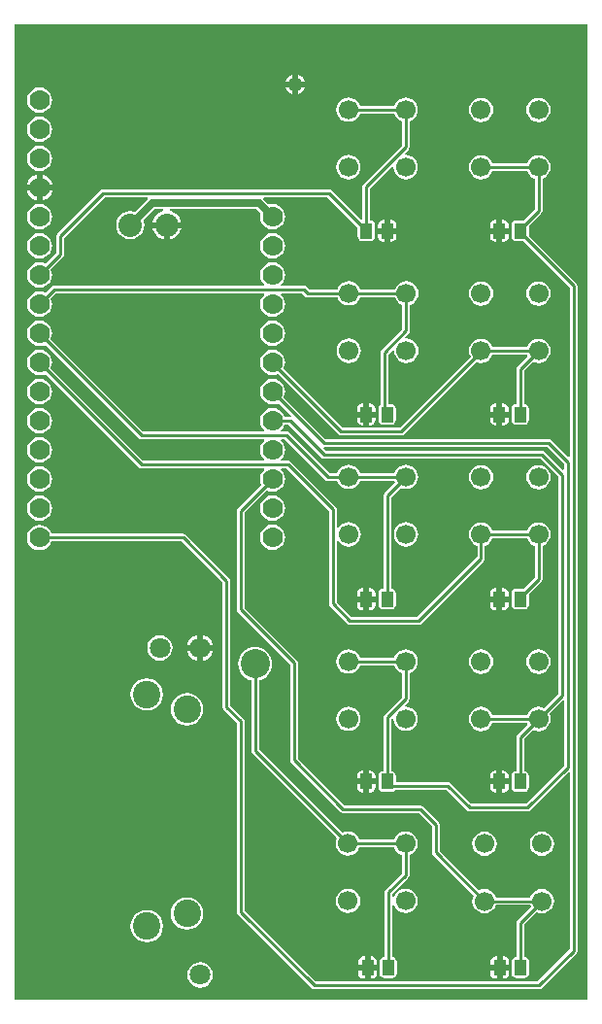
<source format=gtl>
G04*
G04 #@! TF.GenerationSoftware,Altium Limited,Altium Designer,19.1.8 (144)*
G04*
G04 Layer_Physical_Order=1*
G04 Layer_Color=255*
%FSLAX25Y25*%
%MOIN*%
G70*
G01*
G75*
%ADD10C,0.01000*%
G04:AMPARAMS|DCode=14|XSize=55mil|YSize=43mil|CornerRadius=7.96mil|HoleSize=0mil|Usage=FLASHONLY|Rotation=270.000|XOffset=0mil|YOffset=0mil|HoleType=Round|Shape=RoundedRectangle|*
%AMROUNDEDRECTD14*
21,1,0.05500,0.02709,0,0,270.0*
21,1,0.03909,0.04300,0,0,270.0*
1,1,0.01591,-0.01355,-0.01955*
1,1,0.01591,-0.01355,0.01955*
1,1,0.01591,0.01355,0.01955*
1,1,0.01591,0.01355,-0.01955*
%
%ADD14ROUNDEDRECTD14*%
%ADD23C,0.02500*%
%ADD24C,0.06693*%
%ADD25C,0.08000*%
%ADD26C,0.09449*%
%ADD27C,0.07087*%
%ADD28C,0.07000*%
%ADD29C,0.05000*%
%ADD30C,0.10000*%
G36*
X590551Y393701D02*
X393701D01*
Y728346D01*
X590551D01*
Y393701D01*
D02*
G37*
%LPC*%
G36*
X491157Y711051D02*
Y708677D01*
X493532D01*
X493215Y709442D01*
X492654Y710173D01*
X491923Y710734D01*
X491157Y711051D01*
D02*
G37*
G36*
X489157D02*
X488392Y710734D01*
X487661Y710173D01*
X487100Y709442D01*
X486783Y708677D01*
X489157D01*
Y711051D01*
D02*
G37*
G36*
X493532Y706677D02*
X491157D01*
Y704303D01*
X491923Y704620D01*
X492654Y705181D01*
X493215Y705912D01*
X493532Y706677D01*
D02*
G37*
G36*
X489157D02*
X486783D01*
X487100Y705912D01*
X487661Y705181D01*
X488392Y704620D01*
X489157Y704303D01*
Y706677D01*
D02*
G37*
G36*
X528051Y703198D02*
X526969Y703055D01*
X525960Y702638D01*
X525094Y701973D01*
X524429Y701107D01*
X524112Y700341D01*
X512305D01*
X511988Y701107D01*
X511323Y701973D01*
X510457Y702638D01*
X509449Y703055D01*
X508366Y703198D01*
X507284Y703055D01*
X506275Y702638D01*
X505409Y701973D01*
X504744Y701107D01*
X504326Y700098D01*
X504184Y699016D01*
X504326Y697933D01*
X504744Y696925D01*
X505409Y696059D01*
X506275Y695394D01*
X507284Y694976D01*
X508366Y694834D01*
X509449Y694976D01*
X510457Y695394D01*
X511323Y696059D01*
X511988Y696925D01*
X512305Y697690D01*
X524112D01*
X524429Y696925D01*
X525094Y696059D01*
X525960Y695394D01*
X526726Y695077D01*
Y686734D01*
X513623Y673631D01*
X513336Y673201D01*
X513235Y672694D01*
Y661387D01*
X512735Y661180D01*
X502702Y671213D01*
X502272Y671500D01*
X501765Y671601D01*
X424213D01*
X423705Y671500D01*
X423275Y671213D01*
X408512Y656449D01*
X408224Y656019D01*
X408123Y655512D01*
Y649959D01*
X404328Y646163D01*
X403485Y646512D01*
X402362Y646660D01*
X401240Y646512D01*
X400194Y646079D01*
X399295Y645390D01*
X398606Y644491D01*
X398173Y643445D01*
X398025Y642323D01*
X398173Y641200D01*
X398606Y640154D01*
X399295Y639256D01*
X400194Y638567D01*
X401240Y638133D01*
X402362Y637986D01*
X403485Y638133D01*
X404531Y638567D01*
X405429Y639256D01*
X406118Y640154D01*
X406552Y641200D01*
X406699Y642323D01*
X406552Y643445D01*
X406202Y644288D01*
X410386Y648472D01*
X410673Y648902D01*
X410774Y649409D01*
Y654963D01*
X424762Y668950D01*
X439380D01*
X439531Y668450D01*
X439467Y668407D01*
X439467Y668407D01*
X435048Y663988D01*
X434718Y664125D01*
X433465Y664290D01*
X432211Y664125D01*
X431044Y663642D01*
X430041Y662872D01*
X429272Y661869D01*
X428788Y660702D01*
X428623Y659449D01*
X428788Y658196D01*
X429272Y657028D01*
X430041Y656025D01*
X431044Y655256D01*
X432211Y654772D01*
X433465Y654607D01*
X434718Y654772D01*
X435885Y655256D01*
X436888Y656025D01*
X437657Y657028D01*
X438141Y658196D01*
X438306Y659449D01*
X438141Y660702D01*
X438004Y661032D01*
X441811Y664839D01*
X444868D01*
X444901Y664339D01*
X444758Y664320D01*
X443541Y663816D01*
X442497Y663015D01*
X441695Y661970D01*
X441192Y660754D01*
X441152Y660449D01*
X450975D01*
X450934Y660754D01*
X450430Y661970D01*
X449629Y663015D01*
X448585Y663816D01*
X447368Y664320D01*
X447225Y664339D01*
X447258Y664839D01*
X476890D01*
X478205Y663524D01*
X478173Y663445D01*
X478025Y662323D01*
X478173Y661200D01*
X478606Y660154D01*
X479295Y659256D01*
X480194Y658567D01*
X481240Y658134D01*
X482362Y657986D01*
X483485Y658134D01*
X484531Y658567D01*
X485429Y659256D01*
X486118Y660154D01*
X486552Y661200D01*
X486699Y662323D01*
X486552Y663445D01*
X486118Y664491D01*
X485429Y665390D01*
X484531Y666079D01*
X483485Y666512D01*
X482362Y666660D01*
X481240Y666512D01*
X481161Y666480D01*
X479234Y668407D01*
X479170Y668450D01*
X479321Y668950D01*
X501216D01*
X511555Y658611D01*
X511579Y658595D01*
Y655526D01*
X511703Y654903D01*
X512055Y654376D01*
X512583Y654023D01*
X513206Y653899D01*
X515915D01*
X516537Y654023D01*
X517065Y654376D01*
X517418Y654903D01*
X517542Y655526D01*
Y659435D01*
X517418Y660057D01*
X517065Y660585D01*
X516537Y660938D01*
X515915Y661062D01*
X515886D01*
Y672145D01*
X523440Y679699D01*
X523888Y679478D01*
X523869Y679331D01*
X524012Y678248D01*
X524429Y677240D01*
X525094Y676373D01*
X525960Y675709D01*
X526969Y675291D01*
X528051Y675148D01*
X529134Y675291D01*
X530142Y675709D01*
X531008Y676373D01*
X531673Y677240D01*
X532091Y678248D01*
X532233Y679331D01*
X532091Y680413D01*
X531673Y681422D01*
X531008Y682288D01*
X530142Y682953D01*
X529134Y683370D01*
X528051Y683513D01*
X527904Y683494D01*
X527683Y683942D01*
X528988Y685247D01*
X529276Y685677D01*
X529377Y686185D01*
Y695077D01*
X530142Y695394D01*
X531008Y696059D01*
X531673Y696925D01*
X532091Y697933D01*
X532233Y699016D01*
X532091Y700098D01*
X531673Y701107D01*
X531008Y701973D01*
X530142Y702638D01*
X529134Y703055D01*
X528051Y703198D01*
D02*
G37*
G36*
X402362Y706660D02*
X401240Y706512D01*
X400194Y706079D01*
X399295Y705390D01*
X398606Y704491D01*
X398173Y703445D01*
X398025Y702323D01*
X398173Y701200D01*
X398606Y700154D01*
X399295Y699256D01*
X400194Y698567D01*
X401240Y698134D01*
X402362Y697986D01*
X403485Y698134D01*
X404531Y698567D01*
X405429Y699256D01*
X406118Y700154D01*
X406552Y701200D01*
X406699Y702323D01*
X406552Y703445D01*
X406118Y704491D01*
X405429Y705390D01*
X404531Y706079D01*
X403485Y706512D01*
X402362Y706660D01*
D02*
G37*
G36*
X573622Y703133D02*
X572540Y702991D01*
X571531Y702573D01*
X570665Y701908D01*
X570000Y701042D01*
X569582Y700034D01*
X569440Y698951D01*
X569582Y697869D01*
X570000Y696860D01*
X570665Y695994D01*
X571531Y695329D01*
X572540Y694911D01*
X573622Y694769D01*
X574705Y694911D01*
X575713Y695329D01*
X576579Y695994D01*
X577244Y696860D01*
X577662Y697869D01*
X577804Y698951D01*
X577662Y700034D01*
X577244Y701042D01*
X576579Y701908D01*
X575713Y702573D01*
X574705Y702991D01*
X573622Y703133D01*
D02*
G37*
G36*
X553937D02*
X552855Y702991D01*
X551846Y702573D01*
X550980Y701908D01*
X550315Y701042D01*
X549897Y700034D01*
X549755Y698951D01*
X549897Y697869D01*
X550315Y696860D01*
X550980Y695994D01*
X551846Y695329D01*
X552855Y694911D01*
X553937Y694769D01*
X555019Y694911D01*
X556028Y695329D01*
X556894Y695994D01*
X557559Y696860D01*
X557977Y697869D01*
X558119Y698951D01*
X557977Y700034D01*
X557559Y701042D01*
X556894Y701908D01*
X556028Y702573D01*
X555019Y702991D01*
X553937Y703133D01*
D02*
G37*
G36*
X402362Y696660D02*
X401240Y696512D01*
X400194Y696079D01*
X399295Y695390D01*
X398606Y694491D01*
X398173Y693445D01*
X398025Y692323D01*
X398173Y691200D01*
X398606Y690154D01*
X399295Y689256D01*
X400194Y688567D01*
X401240Y688133D01*
X402362Y687986D01*
X403485Y688133D01*
X404531Y688567D01*
X405429Y689256D01*
X406118Y690154D01*
X406552Y691200D01*
X406699Y692323D01*
X406552Y693445D01*
X406118Y694491D01*
X405429Y695390D01*
X404531Y696079D01*
X403485Y696512D01*
X402362Y696660D01*
D02*
G37*
G36*
X573622Y683448D02*
X572540Y683306D01*
X571531Y682888D01*
X570665Y682223D01*
X570000Y681357D01*
X569683Y680592D01*
X557876D01*
X557559Y681357D01*
X556894Y682223D01*
X556028Y682888D01*
X555019Y683306D01*
X553937Y683448D01*
X552855Y683306D01*
X551846Y682888D01*
X550980Y682223D01*
X550315Y681357D01*
X549897Y680349D01*
X549755Y679266D01*
X549897Y678184D01*
X550315Y677175D01*
X550980Y676309D01*
X551846Y675644D01*
X552855Y675226D01*
X553937Y675084D01*
X555019Y675226D01*
X556028Y675644D01*
X556894Y676309D01*
X557559Y677175D01*
X557876Y677941D01*
X569683D01*
X570000Y677175D01*
X570665Y676309D01*
X571531Y675644D01*
X572296Y675327D01*
Y664915D01*
X568443Y661062D01*
X565982D01*
X565359Y660938D01*
X564831Y660585D01*
X564479Y660057D01*
X564355Y659435D01*
Y655526D01*
X564479Y654903D01*
X564831Y654376D01*
X565359Y654023D01*
X565982Y653899D01*
X568443D01*
X584304Y638038D01*
Y580071D01*
X583843Y579879D01*
X578139Y585583D01*
X577709Y585870D01*
X577202Y585971D01*
X500588D01*
X486202Y600357D01*
X486552Y601200D01*
X486699Y602323D01*
X486552Y603445D01*
X486118Y604491D01*
X485429Y605390D01*
X484531Y606079D01*
X483485Y606512D01*
X482362Y606660D01*
X481240Y606512D01*
X480194Y606079D01*
X479295Y605390D01*
X478606Y604491D01*
X478173Y603445D01*
X478025Y602323D01*
X478173Y601200D01*
X478606Y600154D01*
X479295Y599256D01*
X480194Y598567D01*
X481240Y598134D01*
X482362Y597986D01*
X483485Y598134D01*
X484328Y598483D01*
X488719Y594092D01*
X488472Y593631D01*
X488386Y593648D01*
X486468D01*
X486118Y594491D01*
X485429Y595390D01*
X484531Y596079D01*
X483485Y596512D01*
X482362Y596660D01*
X481240Y596512D01*
X480194Y596079D01*
X479295Y595390D01*
X478606Y594491D01*
X478173Y593445D01*
X478025Y592323D01*
X478173Y591200D01*
X478606Y590154D01*
X479295Y589256D01*
X479470Y589122D01*
X479310Y588648D01*
X437911D01*
X406202Y620357D01*
X406552Y621200D01*
X406699Y622323D01*
X406552Y623445D01*
X406118Y624491D01*
X405429Y625390D01*
X404531Y626079D01*
X403485Y626512D01*
X402362Y626660D01*
X401240Y626512D01*
X400194Y626079D01*
X399295Y625390D01*
X398606Y624491D01*
X398173Y623445D01*
X398025Y622323D01*
X398173Y621200D01*
X398606Y620154D01*
X399295Y619256D01*
X400194Y618567D01*
X401240Y618133D01*
X402362Y617986D01*
X403485Y618133D01*
X404328Y618483D01*
X436425Y586386D01*
X436855Y586098D01*
X437362Y585997D01*
X479310D01*
X479470Y585524D01*
X479295Y585390D01*
X478606Y584491D01*
X478173Y583445D01*
X478025Y582323D01*
X478173Y581200D01*
X478606Y580154D01*
X479295Y579256D01*
X479470Y579122D01*
X479310Y578648D01*
X437911D01*
X406202Y610357D01*
X406552Y611200D01*
X406699Y612323D01*
X406552Y613445D01*
X406118Y614491D01*
X405429Y615390D01*
X404531Y616079D01*
X403485Y616512D01*
X402362Y616660D01*
X401240Y616512D01*
X400194Y616079D01*
X399295Y615390D01*
X398606Y614491D01*
X398173Y613445D01*
X398025Y612323D01*
X398173Y611200D01*
X398606Y610154D01*
X399295Y609256D01*
X400194Y608567D01*
X401240Y608134D01*
X402362Y607986D01*
X403485Y608134D01*
X404328Y608483D01*
X436425Y576386D01*
X436855Y576098D01*
X437362Y575997D01*
X479310D01*
X479470Y575524D01*
X479295Y575390D01*
X478606Y574491D01*
X478173Y573445D01*
X478025Y572323D01*
X478173Y571200D01*
X478522Y570357D01*
X470519Y562355D01*
X470232Y561925D01*
X470131Y561417D01*
Y527559D01*
X470232Y527052D01*
X470519Y526622D01*
X488340Y508801D01*
Y475886D01*
X488441Y475379D01*
X488728Y474949D01*
X505460Y458216D01*
X505890Y457929D01*
X506398Y457828D01*
X532423D01*
X537060Y453191D01*
Y444227D01*
X537161Y443720D01*
X537449Y443290D01*
X551396Y429343D01*
X551078Y428577D01*
X550936Y427494D01*
X551078Y426412D01*
X551496Y425403D01*
X552161Y424537D01*
X553027Y423873D01*
X554036Y423455D01*
X555118Y423312D01*
X556201Y423455D01*
X557209Y423873D01*
X558075Y424537D01*
X558740Y425403D01*
X559057Y426169D01*
X570864D01*
X571081Y425646D01*
X566484Y421050D01*
X566197Y420620D01*
X566096Y420113D01*
Y408306D01*
X566067D01*
X565444Y408182D01*
X564917Y407829D01*
X564564Y407301D01*
X564440Y406679D01*
Y402770D01*
X564564Y402147D01*
X564917Y401620D01*
X565444Y401267D01*
X566067Y401143D01*
X568776D01*
X569398Y401267D01*
X569926Y401620D01*
X570279Y402147D01*
X570402Y402770D01*
Y406679D01*
X570279Y407301D01*
X569926Y407829D01*
X569398Y408182D01*
X568776Y408306D01*
X568747D01*
Y419563D01*
X572955Y423772D01*
X573721Y423455D01*
X574803Y423312D01*
X575886Y423455D01*
X576894Y423873D01*
X577760Y424537D01*
X578425Y425403D01*
X578843Y426412D01*
X578985Y427494D01*
X578843Y428577D01*
X578425Y429586D01*
X577760Y430452D01*
X576894Y431116D01*
X575886Y431534D01*
X574803Y431677D01*
X573721Y431534D01*
X572712Y431116D01*
X571846Y430452D01*
X571181Y429586D01*
X570864Y428820D01*
X559057D01*
X558740Y429586D01*
X558075Y430452D01*
X557209Y431116D01*
X556201Y431534D01*
X555118Y431677D01*
X554036Y431534D01*
X553270Y431217D01*
X539711Y444776D01*
Y453740D01*
X539610Y454247D01*
X539323Y454677D01*
X533910Y460091D01*
X533480Y460378D01*
X532972Y460479D01*
X506947D01*
X490991Y476435D01*
Y509350D01*
X490890Y509858D01*
X490603Y510288D01*
X472782Y528108D01*
Y560868D01*
X480397Y568483D01*
X481240Y568133D01*
X482362Y567986D01*
X483485Y568133D01*
X484531Y568567D01*
X485429Y569256D01*
X486118Y570154D01*
X486552Y571200D01*
X486699Y572323D01*
X486552Y573445D01*
X486118Y574491D01*
X485429Y575390D01*
X485254Y575524D01*
X485415Y575997D01*
X487089D01*
X501627Y561459D01*
Y529528D01*
X501728Y529020D01*
X502015Y528590D01*
X507921Y522685D01*
X508351Y522398D01*
X508858Y522297D01*
X532480D01*
X532988Y522398D01*
X533418Y522685D01*
X554874Y544141D01*
X555162Y544571D01*
X555263Y545079D01*
Y549343D01*
X556028Y549660D01*
X556894Y550325D01*
X557559Y551191D01*
X557876Y551956D01*
X569683D01*
X570000Y551191D01*
X570665Y550325D01*
X571531Y549660D01*
X572296Y549343D01*
Y538537D01*
X568443Y534684D01*
X565982D01*
X565359Y534560D01*
X564831Y534207D01*
X564479Y533679D01*
X564355Y533057D01*
Y529148D01*
X564479Y528525D01*
X564831Y527998D01*
X565359Y527645D01*
X565982Y527521D01*
X568691D01*
X569313Y527645D01*
X569841Y527998D01*
X570194Y528525D01*
X570318Y529148D01*
Y532809D01*
X574559Y537051D01*
X574847Y537481D01*
X574948Y537988D01*
Y549343D01*
X575713Y549660D01*
X576579Y550325D01*
X577244Y551191D01*
X577662Y552200D01*
X577804Y553282D01*
X577662Y554364D01*
X577244Y555373D01*
X576579Y556239D01*
X575713Y556904D01*
X574705Y557322D01*
X573622Y557464D01*
X572540Y557322D01*
X571531Y556904D01*
X570665Y556239D01*
X570000Y555373D01*
X569683Y554607D01*
X557876D01*
X557559Y555373D01*
X556894Y556239D01*
X556028Y556904D01*
X555019Y557322D01*
X553937Y557464D01*
X552855Y557322D01*
X551846Y556904D01*
X550980Y556239D01*
X550315Y555373D01*
X549897Y554364D01*
X549755Y553282D01*
X549897Y552200D01*
X550315Y551191D01*
X550980Y550325D01*
X551846Y549660D01*
X552611Y549343D01*
Y545628D01*
X531931Y524948D01*
X509407D01*
X504278Y530077D01*
Y551311D01*
X504778Y551411D01*
X504843Y551255D01*
X505507Y550389D01*
X506374Y549725D01*
X507382Y549307D01*
X508465Y549164D01*
X509547Y549307D01*
X510556Y549725D01*
X511422Y550389D01*
X512086Y551255D01*
X512504Y552264D01*
X512647Y553346D01*
X512504Y554429D01*
X512086Y555438D01*
X511422Y556304D01*
X510556Y556968D01*
X509547Y557386D01*
X508465Y557529D01*
X507382Y557386D01*
X506374Y556968D01*
X505507Y556304D01*
X504843Y555438D01*
X504778Y555282D01*
X504278Y555381D01*
Y562008D01*
X504177Y562515D01*
X503890Y562945D01*
X488575Y578260D01*
X488145Y578547D01*
X487638Y578648D01*
X485415D01*
X485254Y579122D01*
X485429Y579256D01*
X486118Y580154D01*
X486552Y581200D01*
X486699Y582323D01*
X486552Y583445D01*
X486118Y584491D01*
X485429Y585390D01*
X485254Y585524D01*
X485415Y585997D01*
X486498D01*
X500401Y572094D01*
X500831Y571807D01*
X501339Y571706D01*
X504526D01*
X504843Y570940D01*
X505507Y570074D01*
X506374Y569410D01*
X507382Y568992D01*
X508465Y568849D01*
X509547Y568992D01*
X510556Y569410D01*
X511422Y570074D01*
X512086Y570940D01*
X512404Y571706D01*
X524211D01*
X524427Y571183D01*
X520723Y567479D01*
X520436Y567049D01*
X520335Y566542D01*
Y534684D01*
X520306D01*
X519683Y534560D01*
X519155Y534207D01*
X518803Y533679D01*
X518679Y533057D01*
Y529148D01*
X518803Y528525D01*
X519155Y527998D01*
X519683Y527645D01*
X520306Y527521D01*
X523015D01*
X523637Y527645D01*
X524165Y527998D01*
X524518Y528525D01*
X524642Y529148D01*
Y533057D01*
X524518Y533679D01*
X524165Y534207D01*
X523637Y534560D01*
X523015Y534684D01*
X522986D01*
Y565993D01*
X526302Y569309D01*
X527067Y568992D01*
X528150Y568849D01*
X529232Y568992D01*
X530241Y569410D01*
X531107Y570074D01*
X531772Y570940D01*
X532189Y571949D01*
X532332Y573032D01*
X532189Y574114D01*
X531772Y575123D01*
X531107Y575989D01*
X530241Y576653D01*
X529232Y577071D01*
X528150Y577214D01*
X527067Y577071D01*
X526058Y576653D01*
X525192Y575989D01*
X524528Y575123D01*
X524211Y574357D01*
X512404D01*
X512086Y575123D01*
X511422Y575989D01*
X510556Y576653D01*
X509547Y577071D01*
X508465Y577214D01*
X507382Y577071D01*
X506374Y576653D01*
X505507Y575989D01*
X504843Y575123D01*
X504526Y574357D01*
X501888D01*
X487985Y588260D01*
X487555Y588547D01*
X487047Y588648D01*
X485415D01*
X485254Y589122D01*
X485429Y589256D01*
X486118Y590154D01*
X486468Y590997D01*
X487837D01*
X499063Y579771D01*
X499493Y579484D01*
X500000Y579383D01*
X574254D01*
X580367Y573270D01*
Y498614D01*
X575470Y493717D01*
X574705Y494034D01*
X573622Y494177D01*
X572540Y494034D01*
X571531Y493616D01*
X570665Y492952D01*
X570000Y492086D01*
X569683Y491320D01*
X557876D01*
X557559Y492086D01*
X556894Y492952D01*
X556028Y493616D01*
X555019Y494034D01*
X553937Y494177D01*
X552855Y494034D01*
X551846Y493616D01*
X550980Y492952D01*
X550315Y492086D01*
X549897Y491077D01*
X549755Y489994D01*
X549897Y488912D01*
X550315Y487903D01*
X550980Y487037D01*
X551846Y486373D01*
X552855Y485955D01*
X553937Y485812D01*
X555019Y485955D01*
X556028Y486373D01*
X556894Y487037D01*
X557559Y487903D01*
X557876Y488669D01*
X569683D01*
X569899Y488146D01*
X566399Y484646D01*
X566112Y484216D01*
X566011Y483709D01*
Y472085D01*
X565982D01*
X565359Y471961D01*
X564831Y471609D01*
X564479Y471081D01*
X564355Y470459D01*
Y466549D01*
X564479Y465927D01*
X564831Y465399D01*
X565359Y465047D01*
X565982Y464923D01*
X568691D01*
X569313Y465047D01*
X569841Y465399D01*
X570194Y465927D01*
X570318Y466549D01*
Y470459D01*
X570194Y471081D01*
X569841Y471609D01*
X569313Y471961D01*
X568691Y472085D01*
X568662D01*
Y483160D01*
X571774Y486272D01*
X572540Y485955D01*
X573622Y485812D01*
X574705Y485955D01*
X575713Y486373D01*
X576579Y487037D01*
X577244Y487903D01*
X577662Y488912D01*
X577804Y489994D01*
X577662Y491077D01*
X577345Y491843D01*
X581906Y496404D01*
X582367Y496212D01*
Y474006D01*
X569333Y460971D01*
X550529D01*
X543514Y467987D01*
X543084Y468274D01*
X542576Y468375D01*
X524642D01*
Y470459D01*
X524518Y471081D01*
X524165Y471609D01*
X523637Y471961D01*
X523015Y472085D01*
X522986D01*
Y489973D01*
X523440Y490427D01*
X523888Y490206D01*
X523869Y490059D01*
X524012Y488977D01*
X524429Y487968D01*
X525094Y487102D01*
X525960Y486437D01*
X526969Y486019D01*
X528051Y485877D01*
X529134Y486019D01*
X530142Y486437D01*
X531008Y487102D01*
X531673Y487968D01*
X532091Y488977D01*
X532233Y490059D01*
X532091Y491142D01*
X531673Y492150D01*
X531008Y493016D01*
X530142Y493681D01*
X529134Y494099D01*
X528051Y494241D01*
X527904Y494222D01*
X527683Y494670D01*
X528988Y495976D01*
X529276Y496406D01*
X529377Y496913D01*
Y505805D01*
X530142Y506122D01*
X531008Y506787D01*
X531673Y507653D01*
X532091Y508662D01*
X532233Y509744D01*
X532091Y510827D01*
X531673Y511835D01*
X531008Y512701D01*
X530142Y513366D01*
X529134Y513784D01*
X528051Y513926D01*
X526969Y513784D01*
X525960Y513366D01*
X525094Y512701D01*
X524429Y511835D01*
X524112Y511070D01*
X512305D01*
X511988Y511835D01*
X511323Y512701D01*
X510457Y513366D01*
X509449Y513784D01*
X508366Y513926D01*
X507284Y513784D01*
X506275Y513366D01*
X505409Y512701D01*
X504744Y511835D01*
X504326Y510827D01*
X504184Y509744D01*
X504326Y508662D01*
X504744Y507653D01*
X505409Y506787D01*
X506275Y506122D01*
X507284Y505704D01*
X508366Y505562D01*
X509449Y505704D01*
X510457Y506122D01*
X511323Y506787D01*
X511988Y507653D01*
X512305Y508419D01*
X524112D01*
X524429Y507653D01*
X525094Y506787D01*
X525960Y506122D01*
X526726Y505805D01*
Y497462D01*
X520723Y491459D01*
X520436Y491029D01*
X520335Y490522D01*
Y472085D01*
X520306D01*
X519683Y471961D01*
X519155Y471609D01*
X518803Y471081D01*
X518679Y470459D01*
Y466549D01*
X518803Y465927D01*
X519155Y465399D01*
X519683Y465047D01*
X520306Y464923D01*
X523015D01*
X523637Y465047D01*
X524165Y465399D01*
X524382Y465724D01*
X542027D01*
X549043Y458708D01*
X549473Y458421D01*
X549980Y458320D01*
X569882D01*
X570389Y458421D01*
X570819Y458708D01*
X583906Y471795D01*
X584367Y471603D01*
Y411045D01*
X573270Y399948D01*
X497198D01*
X472782Y424363D01*
Y489173D01*
X472681Y489680D01*
X472394Y490110D01*
X467861Y494643D01*
Y537402D01*
X467760Y537909D01*
X467473Y538339D01*
X452650Y553162D01*
X452220Y553449D01*
X451713Y553550D01*
X406467D01*
X406118Y554393D01*
X405429Y555291D01*
X404531Y555980D01*
X403485Y556414D01*
X402362Y556562D01*
X401240Y556414D01*
X400194Y555980D01*
X399295Y555291D01*
X398606Y554393D01*
X398173Y553347D01*
X398025Y552224D01*
X398173Y551102D01*
X398606Y550056D01*
X399295Y549158D01*
X400194Y548468D01*
X401240Y548035D01*
X402362Y547887D01*
X403485Y548035D01*
X404531Y548468D01*
X405429Y549158D01*
X406118Y550056D01*
X406467Y550899D01*
X451163D01*
X465210Y536853D01*
Y494095D01*
X465311Y493587D01*
X465598Y493157D01*
X470131Y488624D01*
Y423814D01*
X470232Y423307D01*
X470519Y422877D01*
X495712Y397685D01*
X496142Y397397D01*
X496649Y397297D01*
X573819D01*
X574326Y397397D01*
X574756Y397685D01*
X586630Y409559D01*
X586917Y409989D01*
X587018Y410496D01*
Y578983D01*
X586955Y579299D01*
Y638587D01*
X586855Y639094D01*
X586567Y639524D01*
X570318Y655774D01*
Y659187D01*
X574559Y663429D01*
X574847Y663859D01*
X574948Y664366D01*
Y675327D01*
X575713Y675644D01*
X576579Y676309D01*
X577244Y677175D01*
X577662Y678184D01*
X577804Y679266D01*
X577662Y680349D01*
X577244Y681357D01*
X576579Y682223D01*
X575713Y682888D01*
X574705Y683306D01*
X573622Y683448D01*
D02*
G37*
G36*
X402362Y686660D02*
X401240Y686512D01*
X400194Y686079D01*
X399295Y685390D01*
X398606Y684491D01*
X398173Y683445D01*
X398025Y682323D01*
X398173Y681200D01*
X398606Y680154D01*
X399295Y679256D01*
X400194Y678567D01*
X401240Y678133D01*
X402362Y677986D01*
X403485Y678133D01*
X404531Y678567D01*
X405429Y679256D01*
X406118Y680154D01*
X406552Y681200D01*
X406699Y682323D01*
X406552Y683445D01*
X406118Y684491D01*
X405429Y685390D01*
X404531Y686079D01*
X403485Y686512D01*
X402362Y686660D01*
D02*
G37*
G36*
X508366Y683513D02*
X507284Y683370D01*
X506275Y682953D01*
X505409Y682288D01*
X504744Y681422D01*
X504326Y680413D01*
X504184Y679331D01*
X504326Y678248D01*
X504744Y677240D01*
X505409Y676373D01*
X506275Y675709D01*
X507284Y675291D01*
X508366Y675148D01*
X509449Y675291D01*
X510457Y675709D01*
X511323Y676373D01*
X511988Y677240D01*
X512406Y678248D01*
X512548Y679331D01*
X512406Y680413D01*
X511988Y681422D01*
X511323Y682288D01*
X510457Y682953D01*
X509449Y683370D01*
X508366Y683513D01*
D02*
G37*
G36*
X403362Y676730D02*
Y673323D01*
X406769D01*
X406746Y673498D01*
X406293Y674592D01*
X405572Y675532D01*
X404632Y676254D01*
X403537Y676707D01*
X403362Y676730D01*
D02*
G37*
G36*
X401362Y676730D02*
X401187Y676707D01*
X400093Y676254D01*
X399153Y675532D01*
X398431Y674592D01*
X397978Y673498D01*
X397955Y673323D01*
X401362D01*
Y676730D01*
D02*
G37*
G36*
Y671323D02*
X397955D01*
X397978Y671148D01*
X398431Y670053D01*
X399153Y669113D01*
X400093Y668392D01*
X401187Y667939D01*
X401362Y667916D01*
Y671323D01*
D02*
G37*
G36*
X406769D02*
X403362D01*
Y667916D01*
X403537Y667939D01*
X404632Y668392D01*
X405572Y669113D01*
X406293Y670053D01*
X406746Y671148D01*
X406769Y671323D01*
D02*
G37*
G36*
X561591Y661266D02*
X561236D01*
Y658480D01*
X563421D01*
Y659435D01*
X563282Y660135D01*
X562885Y660729D01*
X562291Y661126D01*
X561591Y661266D01*
D02*
G37*
G36*
X559236D02*
X558882D01*
X558181Y661126D01*
X557587Y660729D01*
X557190Y660135D01*
X557051Y659435D01*
Y658480D01*
X559236D01*
Y661266D01*
D02*
G37*
G36*
X523015D02*
X522660D01*
Y658480D01*
X524845D01*
Y659435D01*
X524706Y660135D01*
X524309Y660729D01*
X523715Y661126D01*
X523015Y661266D01*
D02*
G37*
G36*
X520660D02*
X520306D01*
X519605Y661126D01*
X519011Y660729D01*
X518614Y660135D01*
X518475Y659435D01*
Y658480D01*
X520660D01*
Y661266D01*
D02*
G37*
G36*
X402362Y666660D02*
X401240Y666512D01*
X400194Y666079D01*
X399295Y665390D01*
X398606Y664491D01*
X398173Y663445D01*
X398025Y662323D01*
X398173Y661200D01*
X398606Y660154D01*
X399295Y659256D01*
X400194Y658567D01*
X401240Y658134D01*
X402362Y657986D01*
X403485Y658134D01*
X404531Y658567D01*
X405429Y659256D01*
X406118Y660154D01*
X406552Y661200D01*
X406699Y662323D01*
X406552Y663445D01*
X406118Y664491D01*
X405429Y665390D01*
X404531Y666079D01*
X403485Y666512D01*
X402362Y666660D01*
D02*
G37*
G36*
X450975Y658449D02*
X447063D01*
Y654537D01*
X447368Y654577D01*
X448585Y655081D01*
X449629Y655883D01*
X450430Y656927D01*
X450934Y658144D01*
X450975Y658449D01*
D02*
G37*
G36*
X445063D02*
X441152D01*
X441192Y658144D01*
X441695Y656927D01*
X442497Y655883D01*
X443541Y655081D01*
X444758Y654577D01*
X445063Y654537D01*
Y658449D01*
D02*
G37*
G36*
X563421Y656480D02*
X561236D01*
Y653695D01*
X561591D01*
X562291Y653834D01*
X562885Y654231D01*
X563282Y654825D01*
X563421Y655526D01*
Y656480D01*
D02*
G37*
G36*
X559236D02*
X557051D01*
Y655526D01*
X557190Y654825D01*
X557587Y654231D01*
X558181Y653834D01*
X558882Y653695D01*
X559236D01*
Y656480D01*
D02*
G37*
G36*
X524845Y656480D02*
X522660D01*
Y653695D01*
X523015D01*
X523715Y653834D01*
X524309Y654231D01*
X524706Y654825D01*
X524845Y655526D01*
Y656480D01*
D02*
G37*
G36*
X520660D02*
X518475D01*
Y655526D01*
X518614Y654825D01*
X519011Y654231D01*
X519605Y653834D01*
X520306Y653695D01*
X520660D01*
Y656480D01*
D02*
G37*
G36*
X482362Y656660D02*
X481240Y656512D01*
X480194Y656079D01*
X479295Y655390D01*
X478606Y654491D01*
X478173Y653445D01*
X478025Y652323D01*
X478173Y651200D01*
X478606Y650154D01*
X479295Y649256D01*
X480194Y648567D01*
X481240Y648134D01*
X482362Y647986D01*
X483485Y648134D01*
X484531Y648567D01*
X485429Y649256D01*
X486118Y650154D01*
X486552Y651200D01*
X486699Y652323D01*
X486552Y653445D01*
X486118Y654491D01*
X485429Y655390D01*
X484531Y656079D01*
X483485Y656512D01*
X482362Y656660D01*
D02*
G37*
G36*
X402362D02*
X401240Y656512D01*
X400194Y656079D01*
X399295Y655390D01*
X398606Y654491D01*
X398173Y653445D01*
X398025Y652323D01*
X398173Y651200D01*
X398606Y650154D01*
X399295Y649256D01*
X400194Y648567D01*
X401240Y648134D01*
X402362Y647986D01*
X403485Y648134D01*
X404531Y648567D01*
X405429Y649256D01*
X406118Y650154D01*
X406552Y651200D01*
X406699Y652323D01*
X406552Y653445D01*
X406118Y654491D01*
X405429Y655390D01*
X404531Y656079D01*
X403485Y656512D01*
X402362Y656660D01*
D02*
G37*
G36*
X482362Y646660D02*
X481240Y646512D01*
X480194Y646079D01*
X479295Y645390D01*
X478606Y644491D01*
X478173Y643445D01*
X478025Y642323D01*
X478173Y641200D01*
X478606Y640154D01*
X479295Y639256D01*
X479470Y639122D01*
X479310Y638648D01*
X407362D01*
X406855Y638547D01*
X406425Y638260D01*
X404328Y636163D01*
X403485Y636512D01*
X402362Y636660D01*
X401240Y636512D01*
X400194Y636079D01*
X399295Y635390D01*
X398606Y634491D01*
X398173Y633445D01*
X398025Y632323D01*
X398173Y631200D01*
X398606Y630154D01*
X399295Y629256D01*
X400194Y628567D01*
X401240Y628133D01*
X402362Y627986D01*
X403485Y628133D01*
X404531Y628567D01*
X405429Y629256D01*
X406118Y630154D01*
X406552Y631200D01*
X406699Y632323D01*
X406552Y633445D01*
X406202Y634288D01*
X407911Y635997D01*
X479310D01*
X479470Y635524D01*
X479295Y635390D01*
X478606Y634491D01*
X478173Y633445D01*
X478025Y632323D01*
X478173Y631200D01*
X478606Y630154D01*
X479295Y629256D01*
X480194Y628567D01*
X481240Y628133D01*
X482362Y627986D01*
X483485Y628133D01*
X484531Y628567D01*
X485429Y629256D01*
X486118Y630154D01*
X486552Y631200D01*
X486699Y632323D01*
X486552Y633445D01*
X486118Y634491D01*
X485429Y635390D01*
X485254Y635524D01*
X485415Y635997D01*
X492458D01*
X493369Y635086D01*
X493799Y634799D01*
X494306Y634698D01*
X504624D01*
X504941Y633932D01*
X505606Y633066D01*
X506472Y632402D01*
X507480Y631984D01*
X508563Y631841D01*
X509645Y631984D01*
X510654Y632402D01*
X511520Y633066D01*
X512185Y633932D01*
X512502Y634698D01*
X524309D01*
X524626Y633932D01*
X525291Y633066D01*
X526157Y632402D01*
X526922Y632085D01*
Y623745D01*
X519732Y616555D01*
X519445Y616125D01*
X519344Y615618D01*
Y597719D01*
X519155Y597593D01*
X518803Y597065D01*
X518679Y596443D01*
Y592534D01*
X518803Y591911D01*
X519155Y591383D01*
X519683Y591031D01*
X520306Y590907D01*
X523015D01*
X523637Y591031D01*
X524165Y591383D01*
X524518Y591911D01*
X524642Y592534D01*
Y596443D01*
X524518Y597065D01*
X524165Y597593D01*
X523637Y597946D01*
X523015Y598069D01*
X521995D01*
Y615069D01*
X523637Y616711D01*
X524086Y616490D01*
X524066Y616338D01*
X524208Y615256D01*
X524626Y614247D01*
X525291Y613381D01*
X526157Y612716D01*
X527165Y612299D01*
X528248Y612156D01*
X529330Y612299D01*
X530339Y612716D01*
X531205Y613381D01*
X531870Y614247D01*
X532288Y615256D01*
X532430Y616338D01*
X532288Y617421D01*
X531870Y618430D01*
X531205Y619296D01*
X530339Y619960D01*
X529330Y620378D01*
X528248Y620521D01*
X528096Y620501D01*
X527875Y620949D01*
X529185Y622259D01*
X529472Y622689D01*
X529573Y623196D01*
Y632084D01*
X530339Y632402D01*
X531205Y633066D01*
X531870Y633932D01*
X532288Y634941D01*
X532430Y636024D01*
X532288Y637106D01*
X531870Y638115D01*
X531205Y638981D01*
X530339Y639645D01*
X529330Y640063D01*
X528248Y640206D01*
X527165Y640063D01*
X526157Y639645D01*
X525291Y638981D01*
X524626Y638115D01*
X524309Y637349D01*
X512502D01*
X512185Y638115D01*
X511520Y638981D01*
X510654Y639645D01*
X509645Y640063D01*
X508563Y640206D01*
X507480Y640063D01*
X506472Y639645D01*
X505606Y638981D01*
X504941Y638115D01*
X504624Y637349D01*
X494855D01*
X493944Y638260D01*
X493514Y638547D01*
X493007Y638648D01*
X485415D01*
X485254Y639122D01*
X485429Y639256D01*
X486118Y640154D01*
X486552Y641200D01*
X486699Y642323D01*
X486552Y643445D01*
X486118Y644491D01*
X485429Y645390D01*
X484531Y646079D01*
X483485Y646512D01*
X482362Y646660D01*
D02*
G37*
G36*
X573622Y640141D02*
X572540Y639999D01*
X571531Y639581D01*
X570665Y638916D01*
X570000Y638050D01*
X569582Y637041D01*
X569440Y635959D01*
X569582Y634876D01*
X570000Y633868D01*
X570665Y633002D01*
X571531Y632337D01*
X572540Y631919D01*
X573622Y631777D01*
X574705Y631919D01*
X575713Y632337D01*
X576579Y633002D01*
X577244Y633868D01*
X577662Y634876D01*
X577804Y635959D01*
X577662Y637041D01*
X577244Y638050D01*
X576579Y638916D01*
X575713Y639581D01*
X574705Y639999D01*
X573622Y640141D01*
D02*
G37*
G36*
X553937D02*
X552855Y639999D01*
X551846Y639581D01*
X550980Y638916D01*
X550315Y638050D01*
X549897Y637041D01*
X549755Y635959D01*
X549897Y634876D01*
X550315Y633868D01*
X550980Y633002D01*
X551846Y632337D01*
X552855Y631919D01*
X553937Y631777D01*
X555019Y631919D01*
X556028Y632337D01*
X556894Y633002D01*
X557559Y633868D01*
X557977Y634876D01*
X558119Y635959D01*
X557977Y637041D01*
X557559Y638050D01*
X556894Y638916D01*
X556028Y639581D01*
X555019Y639999D01*
X553937Y640141D01*
D02*
G37*
G36*
X482362Y626660D02*
X481240Y626512D01*
X480194Y626079D01*
X479295Y625390D01*
X478606Y624491D01*
X478173Y623445D01*
X478025Y622323D01*
X478173Y621200D01*
X478606Y620154D01*
X479295Y619256D01*
X480194Y618567D01*
X481240Y618133D01*
X482362Y617986D01*
X483485Y618133D01*
X484531Y618567D01*
X485429Y619256D01*
X486118Y620154D01*
X486552Y621200D01*
X486699Y622323D01*
X486552Y623445D01*
X486118Y624491D01*
X485429Y625390D01*
X484531Y626079D01*
X483485Y626512D01*
X482362Y626660D01*
D02*
G37*
G36*
X573622Y620456D02*
X572540Y620314D01*
X571531Y619896D01*
X570665Y619231D01*
X570000Y618365D01*
X569683Y617599D01*
X557876D01*
X557559Y618365D01*
X556894Y619231D01*
X556028Y619896D01*
X555019Y620314D01*
X553937Y620456D01*
X552855Y620314D01*
X551846Y619896D01*
X550980Y619231D01*
X550315Y618365D01*
X549897Y617356D01*
X549755Y616274D01*
X549897Y615191D01*
X550311Y614193D01*
X526026Y589908D01*
X506455D01*
X486145Y610218D01*
X486552Y611200D01*
X486699Y612323D01*
X486552Y613445D01*
X486118Y614491D01*
X485429Y615390D01*
X484531Y616079D01*
X483485Y616512D01*
X482362Y616660D01*
X481240Y616512D01*
X480194Y616079D01*
X479295Y615390D01*
X478606Y614491D01*
X478173Y613445D01*
X478025Y612323D01*
X478173Y611200D01*
X478606Y610154D01*
X479295Y609256D01*
X480194Y608567D01*
X481240Y608134D01*
X482362Y607986D01*
X483485Y608134D01*
X484189Y608425D01*
X504968Y587645D01*
X505398Y587358D01*
X505905Y587257D01*
X526575D01*
X527082Y587358D01*
X527512Y587645D01*
X552322Y612455D01*
X552855Y612234D01*
X553937Y612092D01*
X555019Y612234D01*
X556028Y612652D01*
X556894Y613317D01*
X557559Y614183D01*
X557876Y614948D01*
X569683D01*
X569899Y614426D01*
X566399Y610925D01*
X566112Y610495D01*
X566011Y609988D01*
Y598069D01*
X565982D01*
X565359Y597946D01*
X564831Y597593D01*
X564479Y597065D01*
X564355Y596443D01*
Y592534D01*
X564479Y591911D01*
X564831Y591383D01*
X565359Y591031D01*
X565982Y590907D01*
X568691D01*
X569313Y591031D01*
X569841Y591383D01*
X570194Y591911D01*
X570318Y592534D01*
Y596443D01*
X570194Y597065D01*
X569841Y597593D01*
X569313Y597946D01*
X568691Y598069D01*
X568662D01*
Y609439D01*
X571774Y612551D01*
X572540Y612234D01*
X573622Y612092D01*
X574705Y612234D01*
X575713Y612652D01*
X576579Y613317D01*
X577244Y614183D01*
X577662Y615191D01*
X577804Y616274D01*
X577662Y617356D01*
X577244Y618365D01*
X576579Y619231D01*
X575713Y619896D01*
X574705Y620314D01*
X573622Y620456D01*
D02*
G37*
G36*
X508563Y620521D02*
X507480Y620378D01*
X506472Y619960D01*
X505606Y619296D01*
X504941Y618430D01*
X504523Y617421D01*
X504381Y616338D01*
X504523Y615256D01*
X504941Y614247D01*
X505606Y613381D01*
X506472Y612716D01*
X507480Y612299D01*
X508563Y612156D01*
X509645Y612299D01*
X510654Y612716D01*
X511520Y613381D01*
X512185Y614247D01*
X512603Y615256D01*
X512745Y616338D01*
X512603Y617421D01*
X512185Y618430D01*
X511520Y619296D01*
X510654Y619960D01*
X509645Y620378D01*
X508563Y620521D01*
D02*
G37*
G36*
X402362Y606660D02*
X401240Y606512D01*
X400194Y606079D01*
X399295Y605390D01*
X398606Y604491D01*
X398173Y603445D01*
X398025Y602323D01*
X398173Y601200D01*
X398606Y600154D01*
X399295Y599256D01*
X400194Y598567D01*
X401240Y598134D01*
X402362Y597986D01*
X403485Y598134D01*
X404531Y598567D01*
X405429Y599256D01*
X406118Y600154D01*
X406552Y601200D01*
X406699Y602323D01*
X406552Y603445D01*
X406118Y604491D01*
X405429Y605390D01*
X404531Y606079D01*
X403485Y606512D01*
X402362Y606660D01*
D02*
G37*
G36*
X561591Y598273D02*
X561236D01*
Y595488D01*
X563421D01*
Y596443D01*
X563282Y597143D01*
X562885Y597737D01*
X562291Y598134D01*
X561591Y598273D01*
D02*
G37*
G36*
X559236D02*
X558882D01*
X558181Y598134D01*
X557587Y597737D01*
X557190Y597143D01*
X557051Y596443D01*
Y595488D01*
X559236D01*
Y598273D01*
D02*
G37*
G36*
X515915D02*
X515560D01*
Y595488D01*
X517745D01*
Y596443D01*
X517606Y597143D01*
X517209Y597737D01*
X516615Y598134D01*
X515915Y598273D01*
D02*
G37*
G36*
X513560D02*
X513206D01*
X512505Y598134D01*
X511911Y597737D01*
X511514Y597143D01*
X511375Y596443D01*
Y595488D01*
X513560D01*
Y598273D01*
D02*
G37*
G36*
X563421Y593488D02*
X561236D01*
Y590703D01*
X561591D01*
X562291Y590842D01*
X562885Y591239D01*
X563282Y591833D01*
X563421Y592534D01*
Y593488D01*
D02*
G37*
G36*
X559236D02*
X557051D01*
Y592534D01*
X557190Y591833D01*
X557587Y591239D01*
X558181Y590842D01*
X558882Y590703D01*
X559236D01*
Y593488D01*
D02*
G37*
G36*
X517745Y593488D02*
X515560D01*
Y590703D01*
X515915D01*
X516615Y590842D01*
X517209Y591239D01*
X517606Y591833D01*
X517745Y592534D01*
Y593488D01*
D02*
G37*
G36*
X513560D02*
X511375D01*
Y592534D01*
X511514Y591833D01*
X511911Y591239D01*
X512505Y590842D01*
X513206Y590703D01*
X513560D01*
Y593488D01*
D02*
G37*
G36*
X402362Y596660D02*
X401240Y596512D01*
X400194Y596079D01*
X399295Y595390D01*
X398606Y594491D01*
X398173Y593445D01*
X398025Y592323D01*
X398173Y591200D01*
X398606Y590154D01*
X399295Y589256D01*
X400194Y588567D01*
X401240Y588133D01*
X402362Y587986D01*
X403485Y588133D01*
X404531Y588567D01*
X405429Y589256D01*
X406118Y590154D01*
X406552Y591200D01*
X406699Y592323D01*
X406552Y593445D01*
X406118Y594491D01*
X405429Y595390D01*
X404531Y596079D01*
X403485Y596512D01*
X402362Y596660D01*
D02*
G37*
G36*
Y586660D02*
X401240Y586512D01*
X400194Y586079D01*
X399295Y585390D01*
X398606Y584491D01*
X398173Y583445D01*
X398025Y582323D01*
X398173Y581200D01*
X398606Y580154D01*
X399295Y579256D01*
X400194Y578567D01*
X401240Y578133D01*
X402362Y577986D01*
X403485Y578133D01*
X404531Y578567D01*
X405429Y579256D01*
X406118Y580154D01*
X406552Y581200D01*
X406699Y582323D01*
X406552Y583445D01*
X406118Y584491D01*
X405429Y585390D01*
X404531Y586079D01*
X403485Y586512D01*
X402362Y586660D01*
D02*
G37*
G36*
X573622Y577149D02*
X572540Y577007D01*
X571531Y576589D01*
X570665Y575924D01*
X570000Y575058D01*
X569582Y574049D01*
X569440Y572967D01*
X569582Y571884D01*
X570000Y570876D01*
X570665Y570010D01*
X571531Y569345D01*
X572540Y568927D01*
X573622Y568785D01*
X574705Y568927D01*
X575713Y569345D01*
X576579Y570010D01*
X577244Y570876D01*
X577662Y571884D01*
X577804Y572967D01*
X577662Y574049D01*
X577244Y575058D01*
X576579Y575924D01*
X575713Y576589D01*
X574705Y577007D01*
X573622Y577149D01*
D02*
G37*
G36*
X553937D02*
X552855Y577007D01*
X551846Y576589D01*
X550980Y575924D01*
X550315Y575058D01*
X549897Y574049D01*
X549755Y572967D01*
X549897Y571884D01*
X550315Y570876D01*
X550980Y570010D01*
X551846Y569345D01*
X552855Y568927D01*
X553937Y568785D01*
X555019Y568927D01*
X556028Y569345D01*
X556894Y570010D01*
X557559Y570876D01*
X557977Y571884D01*
X558119Y572967D01*
X557977Y574049D01*
X557559Y575058D01*
X556894Y575924D01*
X556028Y576589D01*
X555019Y577007D01*
X553937Y577149D01*
D02*
G37*
G36*
X402362Y576660D02*
X401240Y576512D01*
X400194Y576079D01*
X399295Y575390D01*
X398606Y574491D01*
X398173Y573445D01*
X398025Y572323D01*
X398173Y571200D01*
X398606Y570154D01*
X399295Y569256D01*
X400194Y568567D01*
X401240Y568133D01*
X402362Y567986D01*
X403485Y568133D01*
X404531Y568567D01*
X405429Y569256D01*
X406118Y570154D01*
X406552Y571200D01*
X406699Y572323D01*
X406552Y573445D01*
X406118Y574491D01*
X405429Y575390D01*
X404531Y576079D01*
X403485Y576512D01*
X402362Y576660D01*
D02*
G37*
G36*
X482362Y566660D02*
X481240Y566512D01*
X480194Y566079D01*
X479295Y565390D01*
X478606Y564491D01*
X478173Y563445D01*
X478025Y562323D01*
X478173Y561200D01*
X478606Y560154D01*
X479295Y559256D01*
X480194Y558567D01*
X481240Y558134D01*
X482362Y557986D01*
X483485Y558134D01*
X484531Y558567D01*
X485429Y559256D01*
X486118Y560154D01*
X486552Y561200D01*
X486699Y562323D01*
X486552Y563445D01*
X486118Y564491D01*
X485429Y565390D01*
X484531Y566079D01*
X483485Y566512D01*
X482362Y566660D01*
D02*
G37*
G36*
X402362D02*
X401240Y566512D01*
X400194Y566079D01*
X399295Y565390D01*
X398606Y564491D01*
X398173Y563445D01*
X398025Y562323D01*
X398173Y561200D01*
X398606Y560154D01*
X399295Y559256D01*
X400194Y558567D01*
X401240Y558134D01*
X402362Y557986D01*
X403485Y558134D01*
X404531Y558567D01*
X405429Y559256D01*
X406118Y560154D01*
X406552Y561200D01*
X406699Y562323D01*
X406552Y563445D01*
X406118Y564491D01*
X405429Y565390D01*
X404531Y566079D01*
X403485Y566512D01*
X402362Y566660D01*
D02*
G37*
G36*
X528150Y557529D02*
X527067Y557386D01*
X526058Y556968D01*
X525192Y556304D01*
X524528Y555438D01*
X524110Y554429D01*
X523967Y553346D01*
X524110Y552264D01*
X524528Y551255D01*
X525192Y550389D01*
X526058Y549725D01*
X527067Y549307D01*
X528150Y549164D01*
X529232Y549307D01*
X530241Y549725D01*
X531107Y550389D01*
X531772Y551255D01*
X532189Y552264D01*
X532332Y553346D01*
X532189Y554429D01*
X531772Y555438D01*
X531107Y556304D01*
X530241Y556968D01*
X529232Y557386D01*
X528150Y557529D01*
D02*
G37*
G36*
X482362Y556660D02*
X481240Y556512D01*
X480194Y556079D01*
X479295Y555390D01*
X478606Y554491D01*
X478173Y553445D01*
X478025Y552323D01*
X478173Y551200D01*
X478606Y550154D01*
X479295Y549256D01*
X480194Y548567D01*
X481240Y548134D01*
X482362Y547986D01*
X483485Y548134D01*
X484531Y548567D01*
X485429Y549256D01*
X486118Y550154D01*
X486552Y551200D01*
X486699Y552323D01*
X486552Y553445D01*
X486118Y554491D01*
X485429Y555390D01*
X484531Y556079D01*
X483485Y556512D01*
X482362Y556660D01*
D02*
G37*
G36*
X561591Y534888D02*
X561236D01*
Y532102D01*
X563421D01*
Y533057D01*
X563282Y533757D01*
X562885Y534351D01*
X562291Y534748D01*
X561591Y534888D01*
D02*
G37*
G36*
X559236D02*
X558882D01*
X558181Y534748D01*
X557587Y534351D01*
X557190Y533757D01*
X557051Y533057D01*
Y532102D01*
X559236D01*
Y534888D01*
D02*
G37*
G36*
X515915D02*
X515560D01*
Y532102D01*
X517745D01*
Y533057D01*
X517606Y533757D01*
X517209Y534351D01*
X516615Y534748D01*
X515915Y534888D01*
D02*
G37*
G36*
X513560D02*
X513206D01*
X512505Y534748D01*
X511911Y534351D01*
X511514Y533757D01*
X511375Y533057D01*
Y532102D01*
X513560D01*
Y534888D01*
D02*
G37*
G36*
X563421Y530102D02*
X561236D01*
Y527317D01*
X561591D01*
X562291Y527457D01*
X562885Y527853D01*
X563282Y528447D01*
X563421Y529148D01*
Y530102D01*
D02*
G37*
G36*
X559236D02*
X557051D01*
Y529148D01*
X557190Y528447D01*
X557587Y527853D01*
X558181Y527457D01*
X558882Y527317D01*
X559236D01*
Y530102D01*
D02*
G37*
G36*
X517745Y530102D02*
X515560D01*
Y527317D01*
X515915D01*
X516615Y527457D01*
X517209Y527853D01*
X517606Y528447D01*
X517745Y529148D01*
Y530102D01*
D02*
G37*
G36*
X513560D02*
X511375D01*
Y529148D01*
X511514Y528447D01*
X511911Y527853D01*
X512505Y527457D01*
X513206Y527317D01*
X513560D01*
Y530102D01*
D02*
G37*
G36*
X458480Y518821D02*
Y515370D01*
X461931D01*
X461907Y515556D01*
X461449Y516662D01*
X460721Y517611D01*
X459772Y518339D01*
X458666Y518797D01*
X458480Y518821D01*
D02*
G37*
G36*
X456480D02*
X456294Y518797D01*
X455189Y518339D01*
X454240Y517611D01*
X453512Y516662D01*
X453054Y515556D01*
X453029Y515370D01*
X456480D01*
Y518821D01*
D02*
G37*
G36*
X443701Y518751D02*
X442567Y518602D01*
X441510Y518164D01*
X440603Y517468D01*
X439907Y516561D01*
X439469Y515504D01*
X439320Y514370D01*
X439469Y513237D01*
X439907Y512180D01*
X440603Y511273D01*
X441510Y510576D01*
X442567Y510139D01*
X443701Y509990D01*
X444835Y510139D01*
X445891Y510576D01*
X446799Y511273D01*
X447495Y512180D01*
X447932Y513237D01*
X448082Y514370D01*
X447932Y515504D01*
X447495Y516561D01*
X446799Y517468D01*
X445891Y518164D01*
X444835Y518602D01*
X443701Y518751D01*
D02*
G37*
G36*
X461931Y513370D02*
X458480D01*
Y509920D01*
X458666Y509944D01*
X459772Y510402D01*
X460721Y511130D01*
X461449Y512079D01*
X461907Y513184D01*
X461931Y513370D01*
D02*
G37*
G36*
X456480D02*
X453029D01*
X453054Y513184D01*
X453512Y512079D01*
X454240Y511130D01*
X455189Y510402D01*
X456294Y509944D01*
X456480Y509920D01*
Y513370D01*
D02*
G37*
G36*
X573622Y513862D02*
X572540Y513719D01*
X571531Y513302D01*
X570665Y512637D01*
X570000Y511771D01*
X569582Y510762D01*
X569440Y509680D01*
X569582Y508597D01*
X570000Y507588D01*
X570665Y506722D01*
X571531Y506058D01*
X572540Y505640D01*
X573622Y505497D01*
X574705Y505640D01*
X575713Y506058D01*
X576579Y506722D01*
X577244Y507588D01*
X577662Y508597D01*
X577804Y509680D01*
X577662Y510762D01*
X577244Y511771D01*
X576579Y512637D01*
X575713Y513302D01*
X574705Y513719D01*
X573622Y513862D01*
D02*
G37*
G36*
X553937D02*
X552855Y513719D01*
X551846Y513302D01*
X550980Y512637D01*
X550315Y511771D01*
X549897Y510762D01*
X549755Y509680D01*
X549897Y508597D01*
X550315Y507588D01*
X550980Y506722D01*
X551846Y506058D01*
X552855Y505640D01*
X553937Y505497D01*
X555019Y505640D01*
X556028Y506058D01*
X556894Y506722D01*
X557559Y507588D01*
X557977Y508597D01*
X558119Y509680D01*
X557977Y510762D01*
X557559Y511771D01*
X556894Y512637D01*
X556028Y513302D01*
X555019Y513719D01*
X553937Y513862D01*
D02*
G37*
G36*
X439173Y503997D02*
X437731Y503807D01*
X436387Y503251D01*
X435233Y502365D01*
X434348Y501211D01*
X433791Y499867D01*
X433601Y498425D01*
X433791Y496983D01*
X434348Y495639D01*
X435233Y494485D01*
X436387Y493600D01*
X437731Y493043D01*
X439173Y492853D01*
X440615Y493043D01*
X441959Y493600D01*
X443113Y494485D01*
X443999Y495639D01*
X444555Y496983D01*
X444745Y498425D01*
X444555Y499867D01*
X443999Y501211D01*
X443113Y502365D01*
X441959Y503251D01*
X440615Y503807D01*
X439173Y503997D01*
D02*
G37*
G36*
X452953Y498879D02*
X451511Y498689D01*
X450167Y498133D01*
X449013Y497247D01*
X448127Y496093D01*
X447571Y494749D01*
X447381Y493307D01*
X447571Y491865D01*
X448127Y490521D01*
X449013Y489367D01*
X450167Y488482D01*
X451511Y487925D01*
X452953Y487735D01*
X454395Y487925D01*
X455739Y488482D01*
X456893Y489367D01*
X457778Y490521D01*
X458335Y491865D01*
X458525Y493307D01*
X458335Y494749D01*
X457778Y496093D01*
X456893Y497247D01*
X455739Y498133D01*
X454395Y498689D01*
X452953Y498879D01*
D02*
G37*
G36*
X508366Y494241D02*
X507284Y494099D01*
X506275Y493681D01*
X505409Y493016D01*
X504744Y492150D01*
X504326Y491142D01*
X504184Y490059D01*
X504326Y488977D01*
X504744Y487968D01*
X505409Y487102D01*
X506275Y486437D01*
X507284Y486019D01*
X508366Y485877D01*
X509449Y486019D01*
X510457Y486437D01*
X511323Y487102D01*
X511988Y487968D01*
X512406Y488977D01*
X512548Y490059D01*
X512406Y491142D01*
X511988Y492150D01*
X511323Y493016D01*
X510457Y493681D01*
X509449Y494099D01*
X508366Y494241D01*
D02*
G37*
G36*
X561591Y472289D02*
X561236D01*
Y469504D01*
X563421D01*
Y470459D01*
X563282Y471159D01*
X562885Y471753D01*
X562291Y472150D01*
X561591Y472289D01*
D02*
G37*
G36*
X559236D02*
X558882D01*
X558181Y472150D01*
X557587Y471753D01*
X557190Y471159D01*
X557051Y470459D01*
Y469504D01*
X559236D01*
Y472289D01*
D02*
G37*
G36*
X515915D02*
X515560D01*
Y469504D01*
X517745D01*
Y470459D01*
X517606Y471159D01*
X517209Y471753D01*
X516615Y472150D01*
X515915Y472289D01*
D02*
G37*
G36*
X513560D02*
X513206D01*
X512505Y472150D01*
X511911Y471753D01*
X511514Y471159D01*
X511375Y470459D01*
Y469504D01*
X513560D01*
Y472289D01*
D02*
G37*
G36*
X563421Y467504D02*
X561236D01*
Y464719D01*
X561591D01*
X562291Y464858D01*
X562885Y465255D01*
X563282Y465849D01*
X563421Y466549D01*
Y467504D01*
D02*
G37*
G36*
X559236D02*
X557051D01*
Y466549D01*
X557190Y465849D01*
X557587Y465255D01*
X558181Y464858D01*
X558882Y464719D01*
X559236D01*
Y467504D01*
D02*
G37*
G36*
X517745Y467504D02*
X515560D01*
Y464719D01*
X515915D01*
X516615Y464858D01*
X517209Y465255D01*
X517606Y465849D01*
X517745Y466549D01*
Y467504D01*
D02*
G37*
G36*
X513560D02*
X511375D01*
Y466549D01*
X511514Y465849D01*
X511911Y465255D01*
X512505Y464858D01*
X513206Y464719D01*
X513560D01*
Y467504D01*
D02*
G37*
G36*
X574803Y451362D02*
X573721Y451219D01*
X572712Y450802D01*
X571846Y450137D01*
X571181Y449271D01*
X570763Y448262D01*
X570621Y447180D01*
X570763Y446097D01*
X571181Y445088D01*
X571846Y444222D01*
X572712Y443558D01*
X573721Y443140D01*
X574803Y442997D01*
X575886Y443140D01*
X576894Y443558D01*
X577760Y444222D01*
X578425Y445088D01*
X578843Y446097D01*
X578985Y447180D01*
X578843Y448262D01*
X578425Y449271D01*
X577760Y450137D01*
X576894Y450802D01*
X575886Y451219D01*
X574803Y451362D01*
D02*
G37*
G36*
X555118D02*
X554036Y451219D01*
X553027Y450802D01*
X552161Y450137D01*
X551496Y449271D01*
X551078Y448262D01*
X550936Y447180D01*
X551078Y446097D01*
X551496Y445088D01*
X552161Y444222D01*
X553027Y443558D01*
X554036Y443140D01*
X555118Y442997D01*
X556201Y443140D01*
X557209Y443558D01*
X558075Y444222D01*
X558740Y445088D01*
X559158Y446097D01*
X559300Y447180D01*
X559158Y448262D01*
X558740Y449271D01*
X558075Y450137D01*
X557209Y450802D01*
X556201Y451219D01*
X555118Y451362D01*
D02*
G37*
G36*
X476378Y514686D02*
X475241Y514574D01*
X474148Y514243D01*
X473140Y513704D01*
X472257Y512979D01*
X471532Y512096D01*
X470994Y511089D01*
X470662Y509995D01*
X470550Y508858D01*
X470662Y507721D01*
X470994Y506628D01*
X471532Y505620D01*
X472257Y504737D01*
X473140Y504012D01*
X474148Y503474D01*
X475052Y503199D01*
Y479134D01*
X475153Y478627D01*
X475441Y478197D01*
X504545Y449092D01*
X504228Y448327D01*
X504085Y447244D01*
X504228Y446162D01*
X504646Y445153D01*
X505310Y444287D01*
X506177Y443622D01*
X507185Y443204D01*
X508268Y443062D01*
X509350Y443204D01*
X510359Y443622D01*
X511225Y444287D01*
X511890Y445153D01*
X512207Y445919D01*
X524014D01*
X524331Y445153D01*
X524996Y444287D01*
X525862Y443622D01*
X526627Y443305D01*
Y436966D01*
X521117Y431456D01*
X520829Y431026D01*
X520728Y430518D01*
Y408306D01*
X520699D01*
X520077Y408182D01*
X519549Y407829D01*
X519197Y407301D01*
X519073Y406679D01*
Y402770D01*
X519197Y402147D01*
X519549Y401620D01*
X520077Y401267D01*
X520699Y401143D01*
X523408D01*
X524031Y401267D01*
X524559Y401620D01*
X524911Y402147D01*
X525035Y402770D01*
Y406679D01*
X524911Y407301D01*
X524559Y407829D01*
X524031Y408182D01*
X523408Y408306D01*
X523379D01*
Y426699D01*
X523879Y426732D01*
X523913Y426477D01*
X524331Y425468D01*
X524996Y424602D01*
X525862Y423937D01*
X526870Y423519D01*
X527953Y423377D01*
X529035Y423519D01*
X530044Y423937D01*
X530910Y424602D01*
X531575Y425468D01*
X531992Y426477D01*
X532135Y427559D01*
X531992Y428642D01*
X531575Y429650D01*
X530910Y430516D01*
X530044Y431181D01*
X529035Y431599D01*
X527953Y431741D01*
X526870Y431599D01*
X525862Y431181D01*
X524996Y430516D01*
X524331Y429650D01*
X523913Y428642D01*
X523879Y428386D01*
X523379Y428419D01*
Y429969D01*
X528890Y435480D01*
X529177Y435910D01*
X529278Y436417D01*
Y443305D01*
X530044Y443622D01*
X530910Y444287D01*
X531575Y445153D01*
X531992Y446162D01*
X532135Y447244D01*
X531992Y448327D01*
X531575Y449335D01*
X530910Y450201D01*
X530044Y450866D01*
X529035Y451284D01*
X527953Y451426D01*
X526870Y451284D01*
X525862Y450866D01*
X524996Y450201D01*
X524331Y449335D01*
X524014Y448570D01*
X512207D01*
X511890Y449335D01*
X511225Y450201D01*
X510359Y450866D01*
X509350Y451284D01*
X508268Y451426D01*
X507185Y451284D01*
X506420Y450967D01*
X477703Y479683D01*
Y503199D01*
X478608Y503474D01*
X479616Y504012D01*
X480499Y504737D01*
X481224Y505620D01*
X481762Y506628D01*
X482094Y507721D01*
X482206Y508858D01*
X482094Y509995D01*
X481762Y511089D01*
X481224Y512096D01*
X480499Y512979D01*
X479616Y513704D01*
X478608Y514243D01*
X477515Y514574D01*
X476378Y514686D01*
D02*
G37*
G36*
X508268Y431741D02*
X507185Y431599D01*
X506177Y431181D01*
X505310Y430516D01*
X504646Y429650D01*
X504228Y428642D01*
X504085Y427559D01*
X504228Y426477D01*
X504646Y425468D01*
X505310Y424602D01*
X506177Y423937D01*
X507185Y423519D01*
X508268Y423377D01*
X509350Y423519D01*
X510359Y423937D01*
X511225Y424602D01*
X511890Y425468D01*
X512307Y426477D01*
X512450Y427559D01*
X512307Y428642D01*
X511890Y429650D01*
X511225Y430516D01*
X510359Y431181D01*
X509350Y431599D01*
X508268Y431741D01*
D02*
G37*
G36*
X452953Y428800D02*
X451511Y428611D01*
X450167Y428054D01*
X449013Y427168D01*
X448127Y426014D01*
X447571Y424671D01*
X447381Y423228D01*
X447571Y421786D01*
X448127Y420442D01*
X449013Y419288D01*
X450167Y418403D01*
X451511Y417846D01*
X452953Y417656D01*
X454395Y417846D01*
X455739Y418403D01*
X456893Y419288D01*
X457778Y420442D01*
X458335Y421786D01*
X458525Y423228D01*
X458335Y424671D01*
X457778Y426014D01*
X456893Y427168D01*
X455739Y428054D01*
X454395Y428611D01*
X452953Y428800D01*
D02*
G37*
G36*
X439173Y424470D02*
X437731Y424280D01*
X436387Y423723D01*
X435233Y422838D01*
X434348Y421684D01*
X433791Y420340D01*
X433601Y418898D01*
X433791Y417455D01*
X434348Y416112D01*
X435233Y414958D01*
X436387Y414072D01*
X437731Y413515D01*
X439173Y413326D01*
X440615Y413515D01*
X441959Y414072D01*
X443113Y414958D01*
X443999Y416112D01*
X444555Y417455D01*
X444745Y418898D01*
X444555Y420340D01*
X443999Y421684D01*
X443113Y422838D01*
X441959Y423723D01*
X440615Y424280D01*
X439173Y424470D01*
D02*
G37*
G36*
X561676Y408509D02*
X561321D01*
Y405724D01*
X563506D01*
Y406679D01*
X563367Y407379D01*
X562970Y407973D01*
X562376Y408370D01*
X561676Y408509D01*
D02*
G37*
G36*
X559321D02*
X558967D01*
X558266Y408370D01*
X557672Y407973D01*
X557275Y407379D01*
X557136Y406679D01*
Y405724D01*
X559321D01*
Y408509D01*
D02*
G37*
G36*
X516308D02*
X515954D01*
Y405724D01*
X518139D01*
Y406679D01*
X518000Y407379D01*
X517603Y407973D01*
X517009Y408370D01*
X516308Y408509D01*
D02*
G37*
G36*
X513954D02*
X513599D01*
X512899Y408370D01*
X512305Y407973D01*
X511908Y407379D01*
X511769Y406679D01*
Y405724D01*
X513954D01*
Y408509D01*
D02*
G37*
G36*
X563506Y403724D02*
X561321D01*
Y400939D01*
X561676D01*
X562376Y401079D01*
X562970Y401475D01*
X563367Y402069D01*
X563506Y402770D01*
Y403724D01*
D02*
G37*
G36*
X559321D02*
X557136D01*
Y402770D01*
X557275Y402069D01*
X557672Y401475D01*
X558266Y401079D01*
X558967Y400939D01*
X559321D01*
Y403724D01*
D02*
G37*
G36*
X518139Y403724D02*
X515954D01*
Y400939D01*
X516308D01*
X517009Y401079D01*
X517603Y401475D01*
X518000Y402069D01*
X518139Y402770D01*
Y403724D01*
D02*
G37*
G36*
X513954D02*
X511769D01*
Y402770D01*
X511908Y402069D01*
X512305Y401475D01*
X512899Y401079D01*
X513599Y400939D01*
X513954D01*
Y403724D01*
D02*
G37*
G36*
X457481Y406546D02*
X456347Y406397D01*
X455290Y405960D01*
X454383Y405263D01*
X453687Y404356D01*
X453249Y403299D01*
X453100Y402166D01*
X453249Y401032D01*
X453687Y399975D01*
X454383Y399068D01*
X455290Y398372D01*
X456347Y397934D01*
X457481Y397785D01*
X458614Y397934D01*
X459671Y398372D01*
X460578Y399068D01*
X461274Y399975D01*
X461712Y401032D01*
X461861Y402166D01*
X461712Y403299D01*
X461274Y404356D01*
X460578Y405263D01*
X459671Y405960D01*
X458614Y406397D01*
X457481Y406546D01*
D02*
G37*
%LPD*%
G36*
X500039Y583320D02*
X576653D01*
X582367Y577605D01*
Y575672D01*
X581906Y575481D01*
X575740Y581646D01*
X575310Y581933D01*
X574803Y582034D01*
X500549D01*
X499707Y582877D01*
X499953Y583337D01*
X500039Y583320D01*
D02*
G37*
D10*
X527953Y436417D02*
Y447244D01*
X522054Y430518D02*
X527953Y436417D01*
X522054Y404724D02*
Y430518D01*
X555118Y427494D02*
X574803D01*
X567421Y420113D02*
X574803Y427494D01*
X567421Y404724D02*
Y420113D01*
X402362Y552224D02*
X451713D01*
X466535Y537402D01*
Y494095D02*
Y537402D01*
Y494095D02*
X471457Y489173D01*
Y423814D02*
Y489173D01*
Y423814D02*
X496649Y398622D01*
X573819D01*
X585693Y410496D01*
Y578983D01*
X585630Y579046D02*
X585693Y578983D01*
X585630Y579046D02*
Y638587D01*
X567336Y656880D02*
X585630Y638587D01*
X567336Y656880D02*
Y657480D01*
X505905Y588583D02*
X526575D01*
X482362Y612126D02*
X505905Y588583D01*
X526575D02*
X553937Y615945D01*
X520669Y595479D02*
Y615618D01*
X528248Y623196D01*
X520669Y595479D02*
X521660Y594488D01*
X528248Y623196D02*
Y636024D01*
X506924Y573032D02*
X508465Y574572D01*
X501339Y573032D02*
X506924D01*
X487047Y587323D02*
X501339Y573032D01*
X471457Y527559D02*
Y561417D01*
X482362Y572323D01*
X402362Y612323D02*
X437362Y577323D01*
X487638D01*
X508858Y523622D02*
X532480D01*
X502953Y529528D02*
X508858Y523622D01*
X502953Y529528D02*
Y562008D01*
X487638Y577323D02*
X502953Y562008D01*
X402362Y622323D02*
X437362Y587323D01*
X487047D01*
X500000Y580709D02*
X574803D01*
X488386Y592323D02*
X500000Y580709D01*
X482362Y592323D02*
X488386D01*
X471457Y527559D02*
X489665Y509350D01*
Y475886D02*
Y509350D01*
Y475886D02*
X506398Y459154D01*
X532972D01*
X538386Y453740D01*
Y444227D02*
Y453740D01*
Y444227D02*
X555118Y427494D01*
X508465Y573032D02*
Y574572D01*
X476378Y479134D02*
Y508858D01*
Y479134D02*
X508268Y447244D01*
X527953D01*
X500039Y584646D02*
X577202D01*
X482362Y602323D02*
X500039Y584646D01*
X577202D02*
X583693Y578154D01*
Y473457D02*
Y578154D01*
X569882Y459646D02*
X583693Y473457D01*
X549980Y459646D02*
X569882D01*
X542576Y467050D02*
X549980Y459646D01*
X523115Y467050D02*
X542576D01*
X521660Y468504D02*
X523115Y467050D01*
X581693Y498065D02*
Y573819D01*
X574803Y580709D02*
X581693Y573819D01*
X573622Y489994D02*
X581693Y498065D01*
X553937Y489994D02*
X573622D01*
X567336Y483709D02*
X573622Y489994D01*
X567336Y468504D02*
Y483709D01*
X521660Y468504D02*
Y490522D01*
X528051Y496913D01*
Y509744D01*
X508366D02*
X528051D01*
X532480Y523622D02*
X553937Y545079D01*
Y553282D01*
X521660Y531103D02*
Y566542D01*
X567336Y531703D02*
X573622Y537988D01*
X567336Y531103D02*
Y531703D01*
X573622Y537988D02*
Y553282D01*
X553937D02*
X573622D01*
X521660Y566542D02*
X528150Y573032D01*
X508465D02*
X528150D01*
X567336Y594488D02*
Y609988D01*
X573622Y616274D01*
X553937D02*
X573622D01*
X482362Y612126D02*
Y612323D01*
X553937Y615945D02*
Y616274D01*
X402362Y632323D02*
X407362Y637323D01*
X493007D01*
X494306Y636024D01*
X508563D01*
X528248D01*
X409449Y649409D02*
Y655512D01*
X402362Y642323D02*
X409449Y649409D01*
X514560Y657920D02*
Y672694D01*
X409449Y655512D02*
X424213Y670276D01*
X501765D01*
X512493Y659548D01*
X512933D01*
X514560Y657920D01*
Y657480D02*
Y657920D01*
X567336Y658080D02*
X573622Y664366D01*
X567336Y657480D02*
Y658080D01*
X573622Y664366D02*
Y679266D01*
X553937D02*
X573622D01*
X514560Y672694D02*
X528051Y686185D01*
Y699016D01*
X508366D02*
X528051D01*
D14*
X514560Y657480D02*
D03*
X521660D02*
D03*
X522054Y404724D02*
D03*
X514954D02*
D03*
X560236Y657480D02*
D03*
X567336D02*
D03*
X560236Y594488D02*
D03*
X567336D02*
D03*
X560236Y531103D02*
D03*
X567336D02*
D03*
X560236Y468504D02*
D03*
X567336D02*
D03*
X560321Y404724D02*
D03*
X567421D02*
D03*
X514560Y468504D02*
D03*
X521660D02*
D03*
X514560Y594488D02*
D03*
X521660D02*
D03*
X514560Y531103D02*
D03*
X521660D02*
D03*
D23*
X477756Y666929D02*
X482362Y662323D01*
X440945Y666929D02*
X477756D01*
X433465Y659449D02*
X440945Y666929D01*
D24*
X553937Y698951D02*
D03*
Y679266D02*
D03*
X573622Y698951D02*
D03*
Y679266D02*
D03*
X508366Y699016D02*
D03*
Y679331D02*
D03*
X528051Y699016D02*
D03*
Y679331D02*
D03*
X553937Y635959D02*
D03*
Y616274D02*
D03*
X573622Y635959D02*
D03*
Y616274D02*
D03*
X508563Y636024D02*
D03*
Y616338D02*
D03*
X528248Y636024D02*
D03*
Y616338D02*
D03*
X553937Y572967D02*
D03*
Y553282D02*
D03*
X573622Y572967D02*
D03*
Y553282D02*
D03*
X508465Y573032D02*
D03*
Y553346D02*
D03*
X528150Y573032D02*
D03*
Y553346D02*
D03*
X553937Y509680D02*
D03*
Y489994D02*
D03*
X573622Y509680D02*
D03*
Y489994D02*
D03*
X508366Y509744D02*
D03*
Y490059D02*
D03*
X528051Y509744D02*
D03*
Y490059D02*
D03*
X527953Y427559D02*
D03*
Y447244D02*
D03*
X508268Y427559D02*
D03*
Y447244D02*
D03*
X574803Y427494D02*
D03*
Y447180D02*
D03*
X555118Y427494D02*
D03*
Y447180D02*
D03*
D25*
X433465Y659449D02*
D03*
X446063D02*
D03*
D26*
X452953Y423228D02*
D03*
X439173Y418898D02*
D03*
Y498425D02*
D03*
X452953Y493307D02*
D03*
D27*
X457480Y514370D02*
D03*
X443701D02*
D03*
X457481Y402166D02*
D03*
D28*
X482362Y552323D02*
D03*
Y562323D02*
D03*
Y572323D02*
D03*
Y582323D02*
D03*
Y592323D02*
D03*
Y602323D02*
D03*
Y612323D02*
D03*
Y622323D02*
D03*
Y632323D02*
D03*
Y642323D02*
D03*
Y652323D02*
D03*
Y662323D02*
D03*
X402362Y702323D02*
D03*
Y692323D02*
D03*
Y682323D02*
D03*
Y672323D02*
D03*
Y662323D02*
D03*
Y652323D02*
D03*
Y642323D02*
D03*
Y632323D02*
D03*
Y622323D02*
D03*
Y612323D02*
D03*
Y602323D02*
D03*
Y592323D02*
D03*
Y582323D02*
D03*
Y572323D02*
D03*
Y562323D02*
D03*
Y552224D02*
D03*
D29*
X490158Y707677D02*
D03*
D30*
X476378Y508858D02*
D03*
M02*

</source>
